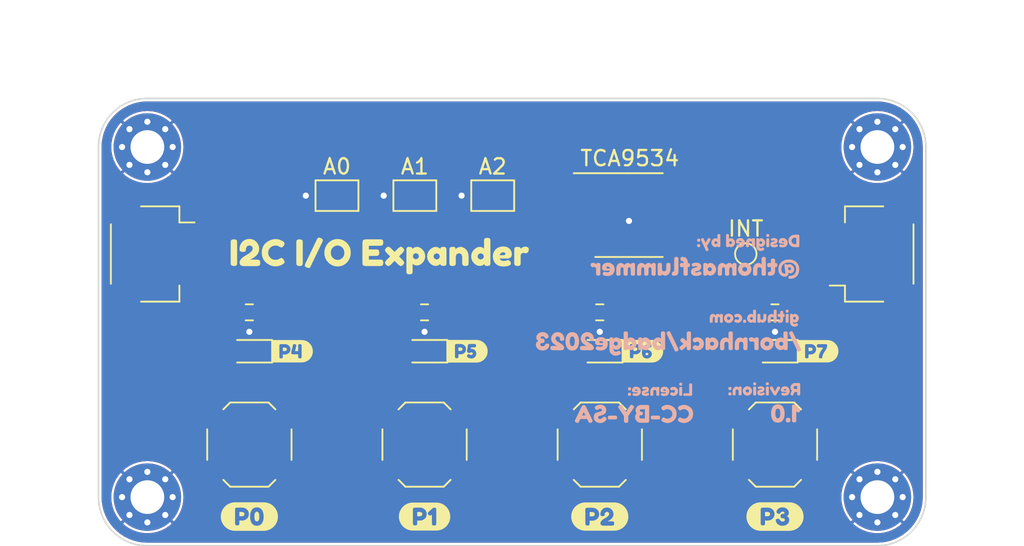
<source format=kicad_pcb>
(kicad_pcb (version 20221018) (generator pcbnew)
  (title_block (title "I/O Expander (Qwiic/StemmaQT compatible)") (date "2023-06-23") (rev "1.0") (comment 1 "CC-BY-SA"))
  (layers (0 "F.Cu" signal) (31 "B.Cu" signal) (34 "B.Paste" user) (35 "F.Paste" user) (36 "B.SilkS" user "B.Silkscreen") (37 "F.SilkS" user "F.Silkscreen") (38 "B.Mask" user) (39 "F.Mask" user) (44 "Edge.Cuts" user))
  (net 0 "")
  (net 1 "Net-(D1-K)")
  (net 2 "P4")
  (net 3 "Net-(D2-K)")
  (net 4 "P5")
  (net 5 "Net-(D3-K)")
  (net 6 "P6")
  (net 7 "Net-(D4-K)")
  (net 8 "P7")
  (net 9 "GND")
  (net 10 "VCC")
  (net 11 "/SDA")
  (net 12 "/SCL")
  (net 13 "P0")
  (net 14 "P1")
  (net 15 "P2")
  (net 16 "P3")
  (net 17 "Net-(U1-~{INT})")
  (net 18 "Net-(JP1-A)")
  (net 19 "Net-(JP2-A)")
  (net 20 "Net-(JP3-A)")
  (footprint "Jumper:SolderJumper-2_P1.3mm_Open_TrianglePad1.0x1.5mm" (layer "F.Cu") (at 84.1375 69.85 180)
    (fp_text reference "JP2" hide)
    (fp_text value "A1" (at 0 1.9) (layer "F.SilkS"))
    (pad "1" smd custom (at -0.725 0 180) (size 0.3 0.3) (layers "F.Cu" "F.Mask") (net 19 "Net-(JP2-A)") (options (clearance outline) (anchor rect)) (primitives (gr_poly (pts (xy 1 0) (xy 0.5 0.75) (xy -0.5 0.75) (xy -0.5 -0.75) (xy 0.5 -0.75)) (width 0) (fill yes))))
    (pad "2" smd custom (at 0.725 0 180) (size 0.3 0.3) (layers "F.Cu" "F.Mask") (net 9 "GND") (options (clearance outline) (anchor rect)) (primitives (gr_poly (pts (xy 0.5 0.75) (xy -0.65 0.75) (xy -0.15 0) (xy -0.65 -0.75) (xy 0.5 -0.75)) (width 0) (fill yes))))
  )
  (footprint "Resistor_SMD:R_0603_1608Metric" (layer "F.Cu") (at 84.7725 77.47 180)
    (fp_text reference "R2" hide)
    (fp_text value "1k")
    (pad "1" smd roundrect (at -0.825 0 180) (size 0.8 0.95) (layers "F.Cu" "F.Paste" "F.Mask") (net 3 "Net-(D2-K)"))
    (pad "2" smd roundrect (at 0.825 0 180) (size 0.8 0.95) (layers "F.Cu" "F.Paste" "F.Mask") (net 9 "GND"))
  )
  (footprint "kibuzzard-6495A798" (layer "F.Cu") (at 98.9965 80.01)
    (fp_text reference "kibuzzard-6495A798" hide)
    (fp_text value "G***" hide)
  )
  (footprint "kibuzzard-6495A791" (layer "F.Cu") (at 110.4265 80.01)
    (fp_text reference "kibuzzard-6495A791" hide)
    (fp_text value "G***" hide)
  )
  (footprint "Button_Switch_SMD:SW_SPST_TL3342" (layer "F.Cu") (at 96.2025 86.106)
    (fp_text reference "SW3" hide)
    (fp_text value "TS5220A")
    (pad "1" smd rect (at -3.15 -1.9) (size 1.7 1) (layers "F.Cu" "F.Paste" "F.Mask") (net 15 "P2"))
    (pad "1" smd rect (at 3.15 -1.9) (size 1.7 1) (layers "F.Cu" "F.Paste" "F.Mask") (net 15 "P2"))
    (pad "2" smd rect (at -3.15 1.9) (size 1.7 1) (layers "F.Cu" "F.Paste" "F.Mask") (net 9 "GND"))
    (pad "2" smd rect (at 3.15 1.9) (size 1.7 1) (layers "F.Cu" "F.Paste" "F.Mask") (net 9 "GND"))
  )
  (footprint "Connector_JST:JST_SH_SM04B-SRSS-TB_1x04-1MP_P1.00mm_Horizontal" (layer "F.Cu") (at 66.9925 73.66 -90)
    (fp_text reference "J1" hide)
    (fp_text value "LCSC C145956")
    (pad "1" smd roundrect (at -1.5 -2 270) (size 0.6 1.55) (layers "F.Cu" "F.Paste" "F.Mask") (net 9 "GND"))
    (pad "2" smd roundrect (at -0.5 -2 270) (size 0.6 1.55) (layers "F.Cu" "F.Paste" "F.Mask") (net 10 "VCC"))
    (pad "3" smd roundrect (at 0.5 -2 270) (size 0.6 1.55) (layers "F.Cu" "F.Paste" "F.Mask") (net 11 "/SDA"))
    (pad "4" smd roundrect (at 1.5 -2 270) (size 0.6 1.55) (layers "F.Cu" "F.Paste" "F.Mask") (net 12 "/SCL"))
    (pad "MP" smd roundrect (at -2.8 1.875 270) (size 1.2 1.8) (layers "F.Cu" "F.Paste" "F.Mask") (roundrect_rratio 0.2083333333))
    (pad "MP" smd roundrect (at 2.8 1.875 270) (size 1.2 1.8) (layers "F.Cu" "F.Paste" "F.Mask") (roundrect_rratio 0.2083333333))
  )
  (footprint "kibuzzard-6495A762" (layer "F.Cu") (at 76.1365 80.01)
    (fp_text reference "kibuzzard-6495A762" hide)
    (fp_text value "G***" hide)
  )
  (footprint "LED_SMD:LED_0603_1608Metric" (layer "F.Cu") (at 73.3425 80.01 180)
    (fp_text reference "D1" hide)
    (fp_text value "LED")
    (pad "1" smd roundrect (at -0.7875 0 180) (size 0.875 0.95) (layers "F.Cu" "F.Paste" "F.Mask") (net 1 "Net-(D1-K)"))
    (pad "2" smd roundrect (at 0.7875 0 180) (size 0.875 0.95) (layers "F.Cu" "F.Paste" "F.Mask") (net 2 "P4"))
  )
  (footprint "Button_Switch_SMD:SW_SPST_TL3342" (layer "F.Cu") (at 84.7725 86.106)
    (fp_text reference "SW2" hide)
    (fp_text value "TS5220A")
    (pad "1" smd rect (at -3.15 -1.9) (size 1.7 1) (layers "F.Cu" "F.Paste" "F.Mask") (net 14 "P1"))
    (pad "1" smd rect (at 3.15 -1.9) (size 1.7 1) (layers "F.Cu" "F.Paste" "F.Mask") (net 14 "P1"))
    (pad "2" smd rect (at -3.15 1.9) (size 1.7 1) (layers "F.Cu" "F.Paste" "F.Mask") (net 9 "GND"))
    (pad "2" smd rect (at 3.15 1.9) (size 1.7 1) (layers "F.Cu" "F.Paste" "F.Mask") (net 9 "GND"))
  )
  (footprint "kibuzzard-6495A79F" (layer "F.Cu") (at 87.5665 80.01)
    (fp_text reference "kibuzzard-6495A79F" hide)
    (fp_text value "G***" hide)
  )
  (footprint "LED_SMD:LED_0603_1608Metric" (layer "F.Cu") (at 107.6325 80.01 180)
    (fp_text reference "D4" hide)
    (fp_text value "LED")
    (pad "1" smd roundrect (at -0.7875 0 180) (size 0.875 0.95) (layers "F.Cu" "F.Paste" "F.Mask") (net 7 "Net-(D4-K)"))
    (pad "2" smd roundrect (at 0.7875 0 180) (size 0.875 0.95) (layers "F.Cu" "F.Paste" "F.Mask") (net 8 "P7"))
  )
  (footprint "TestPoint:TestPoint_Pad_D1.0mm" (layer "F.Cu") (at 105.7275 73.66)
    (fp_text reference "TP1" hide)
    (fp_text value "INT" (at 0 -1.651) (layer "F.SilkS"))
    (pad "1" smd circle (at 0 0) (size 1 1) (layers "F.Cu" "F.Mask") (net 17 "Net-(U1-~{INT})"))
  )
  (footprint "Jumper:SolderJumper-2_P1.3mm_Open_TrianglePad1.0x1.5mm" (layer "F.Cu") (at 79.0575 69.85 180)
    (fp_text reference "JP1" hide)
    (fp_text value "A0" (at 0 1.9) (layer "F.SilkS"))
    (pad "1" smd custom (at -0.725 0 180) (size 0.3 0.3) (layers "F.Cu" "F.Mask") (net 18 "Net-(JP1-A)") (options (clearance outline) (anchor rect)) (primitives (gr_poly (pts (xy 1 0) (xy 0.5 0.75) (xy -0.5 0.75) (xy -0.5 -0.75) (xy 0.5 -0.75)) (width 0) (fill yes))))
    (pad "2" smd custom (at 0.725 0 180) (size 0.3 0.3) (layers "F.Cu" "F.Mask") (net 9 "GND") (options (clearance outline) (anchor rect)) (primitives (gr_poly (pts (xy 0.5 0.75) (xy -0.65 0.75) (xy -0.15 0) (xy -0.65 -0.75) (xy 0.5 -0.75)) (width 0) (fill yes))))
  )
  (footprint "LED_SMD:LED_0603_1608Metric" (layer "F.Cu") (at 84.7725 80.01 180)
    (fp_text reference "D2" hide)
    (fp_text value "LED")
    (pad "1" smd roundrect (at -0.7875 0 180) (size 0.875 0.95) (layers "F.Cu" "F.Paste" "F.Mask") (net 3 "Net-(D2-K)"))
    (pad "2" smd roundrect (at 0.7875 0 180) (size 0.875 0.95) (layers "F.Cu" "F.Paste" "F.Mask") (net 4 "P5"))
  )
  (footprint "MountingHole:MountingHole_2.2mm_M2_Pad_Via" (layer "F.Cu") (at 66.6877 89.535)
    (fp_text reference "REF**" hide)
    (fp_text value "MountingHole_2.2mm_M2_Pad_Via" hide)
    (pad "1" thru_hole circle (at -1.65 0) (size 0.7 0.7) (drill 0.4) (layers "*.Cu" "*.Mask"))
    (pad "1" thru_hole circle (at -1.166726 -1.166726) (size 0.7 0.7) (drill 0.4) (layers "*.Cu" "*.Mask"))
    (pad "1" thru_hole circle (at -1.166726 1.166726) (size 0.7 0.7) (drill 0.4) (layers "*.Cu" "*.Mask"))
    (pad "1" thru_hole circle (at 0 -1.65) (size 0.7 0.7) (drill 0.4) (layers "*.Cu" "*.Mask"))
    (pad "1" thru_hole circle (at 0 0) (size 4.4 4.4) (drill 2.2) (layers "*.Cu" "*.Mask") (net 9 "GND"))
    (pad "1" thru_hole circle (at 0 1.65) (size 0.7 0.7) (drill 0.4) (layers "*.Cu" "*.Mask"))
    (pad "1" thru_hole circle (at 1.166726 -1.166726) (size 0.7 0.7) (drill 0.4) (layers "*.Cu" "*.Mask"))
    (pad "1" thru_hole circle (at 1.166726 1.166726) (size 0.7 0.7) (drill 0.4) (layers "*.Cu" "*.Mask"))
    (pad "1" thru_hole circle (at 1.65 0) (size 0.7 0.7) (drill 0.4) (layers "*.Cu" "*.Mask"))
  )
  (footprint "kibuzzard-6495A748" (layer "F.Cu") (at 107.6325 90.805)
    (fp_text reference "kibuzzard-6495A748" hide)
    (fp_text value "G***" hide)
  )
  (footprint "Resistor_SMD:R_0603_1608Metric" (layer "F.Cu") (at 107.6325 77.47 180)
    (fp_text reference "R4" hide)
    (fp_text value "1k")
    (pad "1" smd roundrect (at -0.825 0 180) (size 0.8 0.95) (layers "F.Cu" "F.Paste" "F.Mask") (net 7 "Net-(D4-K)"))
    (pad "2" smd roundrect (at 0.825 0 180) (size 0.8 0.95) (layers "F.Cu" "F.Paste" "F.Mask") (net 9 "GND"))
  )
  (footprint "Package_SO:TSSOP-16_4.4x5mm_P0.65mm" (layer "F.Cu") (at 98.1075 71.12)
    (fp_text reference "U1" hide)
    (fp_text value "TCA9534" (at 0.0508 -3.7084) (layer "F.SilkS"))
    (pad "1" smd roundrect (at -2.8625 -2.275) (size 1.475 0.4) (layers "F.Cu" "F.Paste" "F.Mask") (net 18 "Net-(JP1-A)"))
    (pad "2" smd roundrect (at -2.8625 -1.625) (size 1.475 0.4) (layers "F.Cu" "F.Paste" "F.Mask") (net 19 "Net-(JP2-A)"))
    (pad "3" smd roundrect (at -2.8625 -0.975) (size 1.475 0.4) (layers "F.Cu" "F.Paste" "F.Mask") (net 20 "Net-(JP3-A)"))
    (pad "4" smd roundrect (at -2.8625 -0.325) (size 1.475 0.4) (layers "F.Cu" "F.Paste" "F.Mask") (net 13 "P0"))
    (pad "5" smd roundrect (at -2.8625 0.325) (size 1.475 0.4) (layers "F.Cu" "F.Paste" "F.Mask") (net 14 "P1"))
    (pad "6" smd roundrect (at -2.8625 0.975) (size 1.475 0.4) (layers "F.Cu" "F.Paste" "F.Mask") (net 15 "P2"))
    (pad "7" smd roundrect (at -2.8625 1.625) (size 1.475 0.4) (layers "F.Cu" "F.Paste" "F.Mask") (net 16 "P3"))
    (pad "8" smd roundrect (at -2.8625 2.275) (size 1.475 0.4) (layers "F.Cu" "F.Paste" "F.Mask") (net 9 "GND"))
    (pad "9" smd roundrect (at 2.8625 2.275) (size 1.475 0.4) (layers "F.Cu" "F.Paste" "F.Mask") (net 2 "P4"))
    (pad "10" smd roundrect (at 2.8625 1.625) (size 1.475 0.4) (layers "F.Cu" "F.Paste" "F.Mask") (net 4 "P5"))
    (pad "11" smd roundrect (at 2.8625 0.975) (size 1.475 0.4) (layers "F.Cu" "F.Paste" "F.Mask") (net 6 "P6"))
    (pad "12" smd roundrect (at 2.8625 0.325) (size 1.475 0.4) (layers "F.Cu" "F.Paste" "F.Mask") (net 8 "P7"))
    (pad "13" smd roundrect (at 2.8625 -0.325) (size 1.475 0.4) (layers "F.Cu" "F.Paste" "F.Mask") (net 17 "Net-(U1-~{INT})"))
    (pad "14" smd roundrect (at 2.8625 -0.975) (size 1.475 0.4) (layers "F.Cu" "F.Paste" "F.Mask") (net 12 "/SCL"))
    (pad "15" smd roundrect (at 2.8625 -1.625) (size 1.475 0.4) (layers "F.Cu" "F.Paste" "F.Mask") (net 11 "/SDA"))
    (pad "16" smd roundrect (at 2.8625 -2.275) (size 1.475 0.4) (layers "F.Cu" "F.Paste" "F.Mask") (net 10 "VCC"))
  )
  (footprint "kibuzzard-6495A742" (layer "F.Cu") (at 96.2025 90.805)
    (fp_text reference "kibuzzard-6495A742" hide)
    (fp_text value "G***" hide)
  )
  (footprint "Resistor_SMD:R_0603_1608Metric" (layer "F.Cu") (at 73.3425 77.47 180)
    (fp_text reference "R1" hide)
    (fp_text value "1k")
    (pad "1" smd roundrect (at -0.825 0 180) (size 0.8 0.95) (layers "F.Cu" "F.Paste" "F.Mask") (net 1 "Net-(D1-K)"))
    (pad "2" smd roundrect (at 0.825 0 180) (size 0.8 0.95) (layers "F.Cu" "F.Paste" "F.Mask") (net 9 "GND"))
  )
  (footprint "MountingHole:MountingHole_2.2mm_M2_Pad_Via" (layer "F.Cu") (at 114.3127 89.535)
    (fp_text reference "REF**" hide)
    (fp_text value "MountingHole_2.2mm_M2_Pad_Via" hide)
    (pad "1" thru_hole circle (at -1.65 0) (size 0.7 0.7) (drill 0.4) (layers "*.Cu" "*.Mask"))
    (pad "1" thru_hole circle (at -1.166726 -1.166726) (size 0.7 0.7) (drill 0.4) (layers "*.Cu" "*.Mask"))
    (pad "1" thru_hole circle (at -1.166726 1.166726) (size 0.7 0.7) (drill 0.4) (layers "*.Cu" "*.Mask"))
    (pad "1" thru_hole circle (at 0 -1.65) (size 0.7 0.7) (drill 0.4) (layers "*.Cu" "*.Mask"))
    (pad "1" thru_hole circle (at 0 0) (size 4.4 4.4) (drill 2.2) (layers "*.Cu" "*.Mask") (net 9 "GND"))
    (pad "1" thru_hole circle (at 0 1.65) (size 0.7 0.7) (drill 0.4) (layers "*.Cu" "*.Mask"))
    (pad "1" thru_hole circle (at 1.166726 -1.166726) (size 0.7 0.7) (drill 0.4) (layers "*.Cu" "*.Mask"))
    (pad "1" thru_hole circle (at 1.166726 1.166726) (size 0.7 0.7) (drill 0.4) (layers "*.Cu" "*.Mask"))
    (pad "1" thru_hole circle (at 1.65 0) (size 0.7 0.7) (drill 0.4) (layers "*.Cu" "*.Mask"))
  )
  (footprint "kibuzzard-6495A825" (layer "F.Cu") (at 81.8515 73.787)
    (fp_text reference "kibuzzard-6495A825" hide)
    (fp_text value "G***" hide)
  )
  (footprint "Button_Switch_SMD:SW_SPST_TL3342" (layer "F.Cu") (at 73.3425 86.106)
    (fp_text reference "SW1" hide)
    (fp_text value "TS5220A")
    (pad "1" smd rect (at -3.15 -1.9) (size 1.7 1) (layers "F.Cu" "F.Paste" "F.Mask") (net 13 "P0"))
    (pad "1" smd rect (at 3.15 -1.9) (size 1.7 1) (layers "F.Cu" "F.Paste" "F.Mask") (net 13 "P0"))
    (pad "2" smd rect (at -3.15 1.9) (size 1.7 1) (layers "F.Cu" "F.Paste" "F.Mask") (net 9 "GND"))
    (pad "2" smd rect (at 3.15 1.9) (size 1.7 1) (layers "F.Cu" "F.Paste" "F.Mask") (net 9 "GND"))
  )
  (footprint "Connector_JST:JST_SH_SM04B-SRSS-TB_1x04-1MP_P1.00mm_Horizontal" (layer "F.Cu") (at 113.9825 73.66 90)
    (fp_text reference "J2" hide)
    (fp_text value "LCSC C145956")
    (pad "1" smd roundrect (at -1.5 -2 90) (size 0.6 1.55) (layers "F.Cu" "F.Paste" "F.Mask") (net 9 "GND"))
    (pad "2" smd roundrect (at -0.5 -2 90) (size 0.6 1.55) (layers "F.Cu" "F.Paste" "F.Mask") (net 10 "VCC"))
    (pad "3" smd roundrect (at 0.5 -2 90) (size 0.6 1.55) (layers "F.Cu" "F.Paste" "F.Mask") (net 11 "/SDA"))
    (pad "4" smd roundrect (at 1.5 -2 90) (size 0.6 1.55) (layers "F.Cu" "F.Paste" "F.Mask") (net 12 "/SCL"))
    (pad "MP" smd roundrect (at -2.8 1.875 90) (size 1.2 1.8) (layers "F.Cu" "F.Paste" "F.Mask") (roundrect_rratio 0.2083333333))
    (pad "MP" smd roundrect (at 2.8 1.875 90) (size 1.2 1.8) (layers "F.Cu" "F.Paste" "F.Mask") (roundrect_rratio 0.2083333333))
  )
  (footprint "kibuzzard-6495A738" (layer "F.Cu") (at 84.7725 90.805)
    (fp_text reference "kibuzzard-6495A738" hide)
    (fp_text value "G***" hide)
  )
  (footprint "Resistor_SMD:R_0603_1608Metric" (layer "F.Cu") (at 96.2025 77.47 180)
    (fp_text reference "R3" hide)
    (fp_text value "1k")
    (pad "1" smd roundrect (at -0.825 0 180) (size 0.8 0.95) (layers "F.Cu" "F.Paste" "F.Mask") (net 5 "Net-(D3-K)"))
    (pad "2" smd roundrect (at 0.825 0 180) (size 0.8 0.95) (layers "F.Cu" "F.Paste" "F.Mask") (net 9 "GND"))
  )
  (footprint "Button_Switch_SMD:SW_SPST_TL3342" (layer "F.Cu") (at 107.6325 86.106)
    (fp_text reference "SW4" hide)
    (fp_text value "TS5220A")
    (pad "1" smd rect (at -3.15 -1.9) (size 1.7 1) (layers "F.Cu" "F.Paste" "F.Mask") (net 16 "P3"))
    (pad "1" smd rect (at 3.15 -1.9) (size 1.7 1) (layers "F.Cu" "F.Paste" "F.Mask") (net 16 "P3"))
    (pad "2" smd rect (at -3.15 1.9) (size 1.7 1) (layers "F.Cu" "F.Paste" "F.Mask") (net 9 "GND"))
    (pad "2" smd rect (at 3.15 1.9) (size 1.7 1) (layers "F.Cu" "F.Paste" "F.Mask") (net 9 "GND"))
  )
  (footprint "LED_SMD:LED_0603_1608Metric" (layer "F.Cu") (at 96.2025 80.01 180)
    (fp_text reference "D3" hide)
    (fp_text value "LED")
    (pad "1" smd roundrect (at -0.7875 0 180) (size 0.875 0.95) (layers "F.Cu" "F.Paste" "F.Mask") (net 5 "Net-(D3-K)"))
    (pad "2" smd roundrect (at 0.7875 0 180) (size 0.875 0.95) (layers "F.Cu" "F.Paste" "F.Mask") (net 6 "P6"))
  )
  (footprint "Jumper:SolderJumper-2_P1.3mm_Open_TrianglePad1.0x1.5mm" (layer "F.Cu") (at 89.2175 69.85 180)
    (fp_text reference "JP3" hide)
    (fp_text value "A2" (at 0 1.9) (layer "F.SilkS"))
    (pad "1" smd custom (at -0.725 0 180) (size 0.3 0.3) (layers "F.Cu" "F.Mask") (net 20 "Net-(JP3-A)") (options (clearance outline) (anchor rect)) (primitives (gr_poly (pts (xy 1 0) (xy 0.5 0.75) (xy -0.5 0.75) (xy -0.5 -0.75) (xy 0.5 -0.75)) (width 0) (fill yes))))
    (pad "2" smd custom (at 0.725 0 180) (size 0.3 0.3) (layers "F.Cu" "F.Mask") (net 9 "GND") (options (clearance outline) (anchor rect)) (primitives (gr_poly (pts (xy 0.5 0.75) (xy -0.65 0.75) (xy -0.15 0) (xy -0.65 -0.75) (xy 0.5 -0.75)) (width 0) (fill yes))))
  )
  (footprint "MountingHole:MountingHole_2.2mm_M2_Pad_Via" (layer "F.Cu") (at 66.6877 66.675)
    (fp_text reference "REF**" hide)
    (fp_text value "MountingHole_2.2mm_M2_Pad_Via" hide)
    (pad "1" thru_hole circle (at -1.65 0) (size 0.7 0.7) (drill 0.4) (layers "*.Cu" "*.Mask"))
    (pad "1" thru_hole circle (at -1.166726 -1.166726) (size 0.7 0.7) (drill 0.4) (layers "*.Cu" "*.Mask"))
    (pad "1" thru_hole circle (at -1.166726 1.166726) (size 0.7 0.7) (drill 0.4) (layers "*.Cu" "*.Mask"))
    (pad "1" thru_hole circle (at 0 -1.65) (size 0.7 0.7) (drill 0.4) (layers "*.Cu" "*.Mask"))
    (pad "1" thru_hole circle (at 0 0) (size 4.4 4.4) (drill 2.2) (layers "*.Cu" "*.Mask") (net 9 "GND"))
    (pad "1" thru_hole circle (at 0 1.65) (size 0.7 0.7) (drill 0.4) (layers "*.Cu" "*.Mask"))
    (pad "1" thru_hole circle (at 1.166726 -1.166726) (size 0.7 0.7) (drill 0.4) (layers "*.Cu" "*.Mask"))
    (pad "1" thru_hole circle (at 1.166726 1.166726) (size 0.7 0.7) (drill 0.4) (layers "*.Cu" "*.Mask"))
    (pad "1" thru_hole circle (at 1.65 0) (size 0.7 0.7) (drill 0.4) (layers "*.Cu" "*.Mask"))
  )
  (footprint "MountingHole:MountingHole_2.2mm_M2_Pad_Via" (layer "F.Cu") (at 114.3127 66.675)
    (fp_text reference "REF**" hide)
    (fp_text value "MountingHole_2.2mm_M2_Pad_Via" hide)
    (pad "1" thru_hole circle (at -1.65 0) (size 0.7 0.7) (drill 0.4) (layers "*.Cu" "*.Mask"))
    (pad "1" thru_hole circle (at -1.166726 -1.166726) (size 0.7 0.7) (drill 0.4) (layers "*.Cu" "*.Mask"))
    (pad "1" thru_hole circle (at -1.166726 1.166726) (size 0.7 0.7) (drill 0.4) (layers "*.Cu" "*.Mask"))
    (pad "1" thru_hole circle (at 0 -1.65) (size 0.7 0.7) (drill 0.4) (layers "*.Cu" "*.Mask"))
    (pad "1" thru_hole circle (at 0 0) (size 4.4 4.4) (drill 2.2) (layers "*.Cu" "*.Mask") (net 9 "GND"))
    (pad "1" thru_hole circle (at 0 1.65) (size 0.7 0.7) (drill 0.4) (layers "*.Cu" "*.Mask"))
    (pad "1" thru_hole circle (at 1.166726 -1.166726) (size 0.7 0.7) (drill 0.4) (layers "*.Cu" "*.Mask"))
    (pad "1" thru_hole circle (at 1.166726 1.166726) (size 0.7 0.7) (drill 0.4) (layers "*.Cu" "*.Mask"))
    (pad "1" thru_hole circle (at 1.65 0) (size 0.7 0.7) (drill 0.4) (layers "*.Cu" "*.Mask"))
  )
  (footprint "kibuzzard-6495A71A" (layer "F.Cu") (at 73.3425 90.805)
    (fp_text reference "kibuzzard-6495A71A" hide)
    (fp_text value "G***" hide)
  )
  (footprint "kibuzzard-64946969" (layer "B.Cu") (at 106.2835 77.851 180)
    (fp_text reference "kibuzzard-64946969" hide)
    (fp_text value "G***" hide)
  )
  (footprint "kibuzzard-645C11AA" (layer "B.Cu") (at 98.4335 84.099 180)
    (fp_text reference "kibuzzard-645C11AA" hide)
    (fp_text value "G***" hide)
  )
  (footprint "kibuzzard-6495A90E" (layer "B.Cu") (at 108.3365 84.074 180)
    (fp_text reference "kibuzzard-6495A90E" hide)
    (fp_text value "G***" hide)
  )
  (footprint "kibuzzard-64946977" (layer "B.Cu") (at 100.6835 79.501 180)
    (fp_text reference "kibuzzard-64946977" hide)
    (fp_text value "G***" hide)
  )
  (footprint "kibuzzard-645C1150" (layer "B.Cu") (at 106.9335 82.474 180)
    (fp_text reference "kibuzzard-645C1150" hide)
    (fp_text value "G***" hide)
  )
  (footprint "kibuzzard-645C118B" (layer "B.Cu") (at 100.1335 82.499 180)
    (fp_text reference "kibuzzard-645C118B" hide)
    (fp_text value "G***" hide)
  )
  (footprint "kibuzzard-645C107E" (layer "B.Cu") (at 105.8835 72.916 180)
    (fp_text reference "kibuzzard-645C107E" hide)
    (fp_text value "G***" hide)
  )
  (footprint "kibuzzard-645C104C" (layer "B.Cu") (at 102.4085 74.566 180)
    (fp_text reference "kibuzzard-645C104C" hide)
    (fp_text value "G***" hide)
  )
  (gr_line (start 117.475001 66.675001) (end 117.475002 89.534999) (stroke (width 0.1)) (layer "Edge.Cuts"))
  (gr_line (start 66.675 63.5) (end 114.3 63.5) (stroke (width 0.1)) (layer "Edge.Cuts"))
  (gr_arc (start 63.5 66.675) (mid 64.429936 64.429936) (end 66.675 63.5) (stroke (width 0.1)) (layer "Edge.Cuts"))
  (gr_arc (start 66.675 92.71) (mid 64.429936 91.780063) (end 63.499999 89.534999) (stroke (width 0.1)) (layer "Edge.Cuts"))
  (gr_arc (start 117.475002 89.534999) (mid 116.545065 91.780064) (end 114.3 92.71) (stroke (width 0.1)) (layer "Edge.Cuts"))
  (gr_arc (start 114.3 63.5) (mid 116.545064 64.429936) (end 117.475001 66.675001) (stroke (width 0.1)) (layer "Edge.Cuts"))
  (gr_line (start 66.675 92.71) (end 114.3 92.71) (stroke (width 0.1)) (layer "Edge.Cuts"))
  (gr_line (start 63.5 66.675) (end 63.499999 89.534999) (stroke (width 0.1)) (layer "Edge.Cuts"))
  (segment (start 74.13 77.5075) (end 74.1675 77.47) (width 0.15) (layer "F.Cu") (net 1))
  (segment (start 74.13 80.01) (end 74.13 77.5075) (width 0.15) (layer "F.Cu") (net 1))
  (segment (start 102.542997 74.812503) (end 102.217001 75.138499) (width 0.15) (layer "F.Cu") (net 2))
  (segment (start 81.643001 75.138499) (end 75.7555 81.026) (width 0.15) (layer "F.Cu") (net 2))
  (segment (start 72.9615 81.026) (end 72.555 80.6195) (width 0.15) (layer "F.Cu") (net 2))
  (segment (start 100.97 73.395) (end 102.4145 73.395) (width 0.15) (layer "F.Cu") (net 2))
  (segment (start 72.555 80.6195) (end 72.555 80.01) (width 0.15) (layer "F.Cu") (net 2))
  (segment (start 75.7555 81.026) (end 72.9615 81.026) (width 0.15) (layer "F.Cu") (net 2))
  (segment (start 102.542997 73.523497) (end 102.542997 74.812503) (width 0.15) (layer "F.Cu") (net 2))
  (segment (start 102.217001 75.138499) (end 81.643001 75.138499) (width 0.15) (layer "F.Cu") (net 2))
  (segment (start 102.4145 73.395) (end 102.542997 73.523497) (width 0.15) (layer "F.Cu") (net 2))
  (segment (start 85.56 77.5075) (end 85.5975 77.47) (width 0.15) (layer "F.Cu") (net 3))
  (segment (start 85.56 80.01) (end 85.56 77.5075) (width 0.15) (layer "F.Cu") (net 3))
  (segment (start 102.4255 75.438) (end 93.5355 75.438) (width 0.15) (layer "F.Cu") (net 4))
  (segment (start 84.3915 81.026) (end 83.985 80.6195) (width 0.15) (layer "F.Cu") (net 4))
  (segment (start 102.842498 73.39944) (end 102.842498 75.021002) (width 0.15) (layer "F.Cu") (net 4))
  (segment (start 87.9475 81.026) (end 84.3915 81.026) (width 0.15) (layer "F.Cu") (net 4))
  (segment (start 100.97 72.745) (end 102.188058 72.745) (width 0.15) (layer "F.Cu") (net 4))
  (segment (start 102.188058 72.745) (end 102.842498 73.39944) (width 0.15) (layer "F.Cu") (net 4))
  (segment (start 83.985 80.6195) (end 83.985 80.01) (width 0.15) (layer "F.Cu") (net 4))
  (segment (start 93.5355 75.438) (end 87.9475 81.026) (width 0.15) (layer "F.Cu") (net 4))
  (segment (start 102.842498 75.021002) (end 102.4255 75.438) (width 0.15) (layer "F.Cu") (net 4))
  (segment (start 96.99 77.5075) (end 97.0275 77.47) (width 0.15) (layer "F.Cu") (net 5))
  (segment (start 96.99 80.01) (end 96.99 77.5075) (width 0.15) (layer "F.Cu") (net 5))
  (segment (start 103.141999 79.293501) (end 101.4095 81.026) (width 0.15) (layer "F.Cu") (net 6))
  (segment (start 95.8215 81.026) (end 95.415 80.6195) (width 0.15) (layer "F.Cu") (net 6))
  (segment (start 101.4095 81.026) (end 95.8215 81.026) (width 0.15) (layer "F.Cu") (net 6))
  (segment (start 102.046058 72.095) (end 103.141999 73.190941) (width 0.15) (layer "F.Cu") (net 6))
  (segment (start 95.415 80.6195) (end 95.415 80.01) (width 0.15) (layer "F.Cu") (net 6))
  (segment (start 103.141999 73.190941) (end 103.141999 79.293501) (width 0.15) (layer "F.Cu") (net 6))
  (segment (start 100.97 72.095) (end 102.046058 72.095) (width 0.15) (layer "F.Cu") (net 6))
  (segment (start 108.4575 79.9725) (end 108.42 80.01) (width 0.15) (layer "F.Cu") (net 7))
  (segment (start 108.4575 77.47) (end 108.4575 79.9725) (width 0.15) (layer "F.Cu") (net 7))
  (segment (start 101.819616 71.445) (end 103.4415 73.066884) (width 0.15) (layer "F.Cu") (net 8))
  (segment (start 100.97 71.445) (end 101.819616 71.445) (width 0.15) (layer "F.Cu") (net 8))
  (segment (start 103.4415 73.066884) (end 103.4415 79.248) (width 0.15) (layer "F.Cu") (net 8))
  (segment (start 104.2035 80.01) (end 106.845 80.01) (width 0.15) (layer "F.Cu") (net 8))
  (segment (start 103.4415 79.248) (end 104.2035 80.01) (width 0.15) (layer "F.Cu") (net 8))
  (via (at 82.1055 69.85) (size 0.6) (drill 0.4) (layers "F.Cu" "B.Cu") (net 9))
  (via (at 87.1855 69.85) (size 0.6) (drill 0.4) (layers "F.Cu" "B.Cu") (net 9))
  (via (at 77.0255 69.85) (size 0.6) (drill 0.4) (layers "F.Cu" "B.Cu") (net 9))
  (via (at 73.3425 78.74) (size 0.6) (drill 0.4) (layers "F.Cu" "B.Cu") (net 9))
  (via (at 96.2025 78.74) (size 0.6) (drill 0.4) (layers "F.Cu" "B.Cu") (net 9))
  (via (at 107.6325 78.74) (size 0.6) (drill 0.4) (layers "F.Cu" "B.Cu") (net 9))
  (via (at 98.1075 71.501) (size 0.6) (drill 0.4) (layers "F.Cu" "B.Cu") (net 9))
  (via (at 84.7725 78.74) (size 0.6) (drill 0.4) (layers "F.Cu" "B.Cu") (net 9))
  (segment (start 111.0725 68.845) (end 113.6015 71.374) (width 0.3) (layer "F.Cu") (net 10))
  (segment (start 99.3885 68.845) (end 100.97 68.845) (width 0.3) (layer "F.Cu") (net 10))
  (segment (start 78.0415 66.294) (end 96.8375 66.294) (width 0.3) (layer "F.Cu") (net 10))
  (segment (start 113.6015 73.66) (end 113.1015 74.16) (width 0.3) (layer "F.Cu") (net 10))
  (segment (start 68.9925 73.16) (end 71.1755 73.16) (width 0.3) (layer "F.Cu") (net 10))
  (segment (start 113.1015 74.16) (end 111.9825 74.16) (width 0.3) (layer "F.Cu") (net 10))
  (segment (start 100.97 68.845) (end 111.0725 68.845) (width 0.3) (layer "F.Cu") (net 10))
  (segment (start 96.8375 66.294) (end 99.3885 68.845) (width 0.3) (layer "F.Cu") (net 10))
  (segment (start 113.6015 71.374) (end 113.6015 73.66) (width 0.3) (layer "F.Cu") (net 10))
  (segment (start 71.1755 73.16) (end 78.0415 66.294) (width 0.3) (layer "F.Cu") (net 10))
  (segment (start 70.705124 74.16) (end 78.196623 66.668501) (width 0.15) (layer "F.Cu") (net 11))
  (segment (start 112.8395 73.152) (end 111.9905 73.152) (width 0.15) (layer "F.Cu") (net 11))
  (segment (start 113.226999 71.529123) (end 113.226999 72.764501) (width 0.15) (layer "F.Cu") (net 11))
  (segment (start 68.9925 74.16) (end 70.705124 74.16) (width 0.15) (layer "F.Cu") (net 11))
  (segment (start 99.446058 69.495) (end 100.97 69.495) (width 0.15) (layer "F.Cu") (net 11))
  (segment (start 111.9905 73.152) (end 111.9825 73.16) (width 0.15) (layer "F.Cu") (net 11))
  (segment (start 78.196623 66.668501) (end 96.619559 66.668501) (width 0.15) (layer "F.Cu") (net 11))
  (segment (start 111.192876 69.495) (end 113.226999 71.529123) (width 0.15) (layer "F.Cu") (net 11))
  (segment (start 100.97 69.495) (end 111.192876 69.495) (width 0.15) (layer "F.Cu") (net 11))
  (segment (start 96.619559 66.668501) (end 99.446058 69.495) (width 0.15) (layer "F.Cu") (net 11))
  (segment (start 113.226999 72.764501) (end 112.8395 73.152) (width 0.15) (layer "F.Cu") (net 11))
  (segment (start 78.32068 66.968002) (end 96.495502 66.968002) (width 0.15) (layer "F.Cu") (net 12))
  (segment (start 100.97 70.145) (end 111.1025 70.145) (width 0.15) (layer "F.Cu") (net 12))
  (segment (start 99.6725 70.145) (end 100.97 70.145) (width 0.15) (layer "F.Cu") (net 12))
  (segment (start 111.1025 70.145) (end 111.9825 71.025) (width 0.15) (layer "F.Cu") (net 12))
  (segment (start 70.128682 75.16) (end 78.32068 66.968002) (width 0.15) (layer "F.Cu") (net 12))
  (segment (start 111.9825 71.025) (end 111.9825 72.16) (width 0.15) (layer "F.Cu") (net 12))
  (segment (start 96.495502 66.968002) (end 99.6725 70.145) (width 0.15) (layer "F.Cu") (net 12))
  (segment (start 68.9925 75.16) (end 70.128682 75.16) (width 0.15) (layer "F.Cu") (net 12))
  (segment (start 91.5285 73.152) (end 93.8855 70.795) (width 0.15) (layer "F.Cu") (net 13))
  (segment (start 70.030997 76.589829) (end 73.468826 73.152) (width 0.15) (layer "F.Cu") (net 13))
  (segment (start 70.1925 84.206) (end 76.4925 84.206) (width 0.15) (layer "F.Cu") (net 13))
  (segment (start 70.1925 84.206) (end 70.030997 84.044497) (width 0.15) (layer "F.Cu") (net 13))
  (segment (start 73.468826 73.152) (end 91.5285 73.152) (width 0.15) (layer "F.Cu") (net 13))
  (segment (start 93.8855 70.795) (end 95.245 70.795) (width 0.15) (layer "F.Cu") (net 13))
  (segment (start 70.030997 84.044497) (end 70.030997 76.589829) (width 0.15) (layer "F.Cu") (net 13))
  (segment (start 93.659058 71.445) (end 91.652557 73.451501) (width 0.15) (layer "F.Cu") (net 14))
  (segment (start 73.592883 73.451501) (end 70.330498 76.713886) (width 0.15) (layer "F.Cu") (net 14))
  (segment (start 70.330498 76.713886) (end 70.330498 81.188998) (width 0.15) (layer "F.Cu") (net 14))
  (segment (start 80.3325 84.206) (end 81.6225 84.206) (width 0.15) (layer "F.Cu") (net 14))
  (segment (start 81.6225 84.206) (end 87.9225 84.206) (width 0.15) (layer "F.Cu") (net 14))
  (segment (start 70.330498 81.188998) (end 71.6915 82.55) (width 0.15) (layer "F.Cu") (net 14))
  (segment (start 78.6765 82.55) (end 80.3325 84.206) (width 0.15) (layer "F.Cu") (net 14))
  (segment (start 95.245 71.445) (end 93.659058 71.445) (width 0.15) (layer "F.Cu") (net 14))
  (segment (start 91.652557 73.451501) (end 73.592883 73.451501) (width 0.15) (layer "F.Cu") (net 14))
  (segment (start 71.6915 82.55) (end 78.6765 82.55) (width 0.15) (layer "F.Cu") (net 14))
  (segment (start 70.629999 81.064941) (end 70.629999 76.837943) (width 0.15) (layer "F.Cu") (net 15))
  (segment (start 71.815557 82.250499) (end 70.629999 81.064941) (width 0.15) (layer "F.Cu") (net 15))
  (segment (start 70.629999 76.837943) (end 73.71694 73.751002) (width 0.15) (layer "F.Cu") (net 15))
  (segment (start 91.7625 84.206) (end 89.806999 82.250499) (width 0.15) (layer "F.Cu") (net 15))
  (segment (start 93.432616 72.095) (end 95.245 72.095) (width 0.15) (layer "F.Cu") (net 15))
  (segment (start 93.0525 84.206) (end 91.7625 84.206) (width 0.15) (layer "F.Cu") (net 15))
  (segment (start 73.71694 73.751002) (end 91.776614 73.751002) (width 0.15) (layer "F.Cu") (net 15))
  (segment (start 93.0525 84.206) (end 99.3525 84.206) (width 0.15) (layer "F.Cu") (net 15))
  (segment (start 89.806999 82.250499) (end 71.815557 82.250499) (width 0.15) (layer "F.Cu") (net 15))
  (segment (start 91.776614 73.751002) (end 93.432616 72.095) (width 0.15) (layer "F.Cu") (net 15))
  (segment (start 91.900671 74.050503) (end 73.840997 74.050503) (width 0.15) (layer "F.Cu") (net 16))
  (segment (start 70.9295 76.962) (end 70.9295 80.940884) (width 0.15) (layer "F.Cu") (net 16))
  (segment (start 103.1925 84.206) (end 104.4825 84.206) (width 0.15) (layer "F.Cu") (net 16))
  (segment (start 71.939614 81.950998) (end 100.937498 81.950998) (width 0.15) (layer "F.Cu") (net 16))
  (segment (start 73.840997 74.050503) (end 70.9295 76.962) (width 0.15) (layer "F.Cu") (net 16))
  (segment (start 95.245 72.745) (end 93.206174 72.745) (width 0.15) (layer "F.Cu") (net 16))
  (segment (start 93.206174 72.745) (end 91.900671 74.050503) (width 0.15) (layer "F.Cu") (net 16))
  (segment (start 104.4825 84.206) (end 110.7825 84.206) (width 0.15) (layer "F.Cu") (net 16))
  (segment (start 100.937498 81.950998) (end 103.1925 84.206) (width 0.15) (layer "F.Cu") (net 16))
  (segment (start 70.9295 80.940884) (end 71.939614 81.950998) (width 0.15) (layer "F.Cu") (net 16))
  (segment (start 104.6405 70.795) (end 105.7275 71.882) (width 0.15) (layer "F.Cu") (net 17))
  (segment (start 105.7275 71.882) (end 105.7275 73.66) (width 0.15) (layer "F.Cu") (net 17))
  (segment (start 100.97 70.795) (end 104.6405 70.795) (width 0.15) (layer "F.Cu") (net 17))
  (segment (start 95.245 68.845) (end 93.716058 68.845) (width 0.15) (layer "F.Cu") (net 18))
  (segment (start 93.716058 68.845) (end 92.689058 67.818) (width 0.15) (layer "F.Cu") (net 18))
  (segment (start 80.5815 69.85) (end 79.7825 69.85) (width 0.15) (layer "F.Cu") (net 18))
  (segment (start 82.6135 67.818) (end 80.5815 69.85) (width 0.15) (layer "F.Cu") (net 18))
  (segment (start 92.689058 67.818) (end 82.6135 67.818) (width 0.15) (layer "F.Cu") (net 18))
  (segment (start 95.245 69.495) (end 93.9425 69.495) (width 0.15) (layer "F.Cu") (net 19))
  (segment (start 93.9425 69.495) (end 92.565001 68.117501) (width 0.15) (layer "F.Cu") (net 19))
  (segment (start 85.6615 69.85) (end 84.8625 69.85) (width 0.15) (layer "F.Cu") (net 19))
  (segment (start 92.565001 68.117501) (end 87.393999 68.117501) (width 0.15) (layer "F.Cu") (net 19))
  (segment (start 87.393999 68.117501) (end 85.6615 69.85) (width 0.15) (layer "F.Cu") (net 19))
  (segment (start 93.5961 69.9516) (end 90.0441 69.9516) (width 0.15) (layer "F.Cu") (net 20))
  (segment (start 93.7895 70.145) (end 93.5961 69.9516) (width 0.15) (layer "F.Cu") (net 20))
  (segment (start 90.0441 69.9516) (end 89.9425 69.85) (width 0.15) (layer "F.Cu") (net 20))
  (segment (start 95.245 70.145) (end 93.7895 70.145) (width 0.15) (layer "F.Cu") (net 20))
  (zone (net 9) (net_name "GND") (layers "F&B.Cu") (connect_pads (clearance 0.15)) (min_thickness 0.2) (fill yes (thermal_gap 0.15) (thermal_bridge_width 0.2))
    (polygon (pts (xy 63.4873 63.5) (xy 117.4877 63.5) (xy 117.4623 92.71) (xy 63.5127 92.71)))
  )
)
</source>
